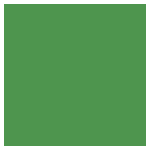
<source format=gbr>
G04 #@! TF.GenerationSoftware,KiCad,Pcbnew,(5.1.5-0-10_14)*
G04 #@! TF.CreationDate,2021-08-12T20:57:37-06:00*
G04 #@! TF.ProjectId,bias_T_launch,62696173-5f54-45f6-9c61-756e63682e6b,rev?*
G04 #@! TF.SameCoordinates,Original*
G04 #@! TF.FileFunction,Soldermask,Bot*
G04 #@! TF.FilePolarity,Negative*
%FSLAX46Y46*%
G04 Gerber Fmt 4.6, Leading zero omitted, Abs format (unit mm)*
G04 Created by KiCad (PCBNEW (5.1.5-0-10_14)) date 2021-08-12 20:57:37*
%MOMM*%
%LPD*%
G04 APERTURE LIST*
%ADD10C,0.100000*%
G04 APERTURE END LIST*
D10*
G36*
X6000000Y-6000000D02*
G01*
X-6000000Y-6000000D01*
X-6000000Y-1763499D01*
X-6002402Y-1739113D01*
X-6009515Y-1715664D01*
X-6009800Y-1715131D01*
X-6009800Y1715131D01*
X-6009515Y1715664D01*
X-6002402Y1739113D01*
X-6000000Y1763499D01*
X-6000000Y6000000D01*
X6000000Y6000000D01*
X6000000Y-6000000D01*
G37*
M02*

</source>
